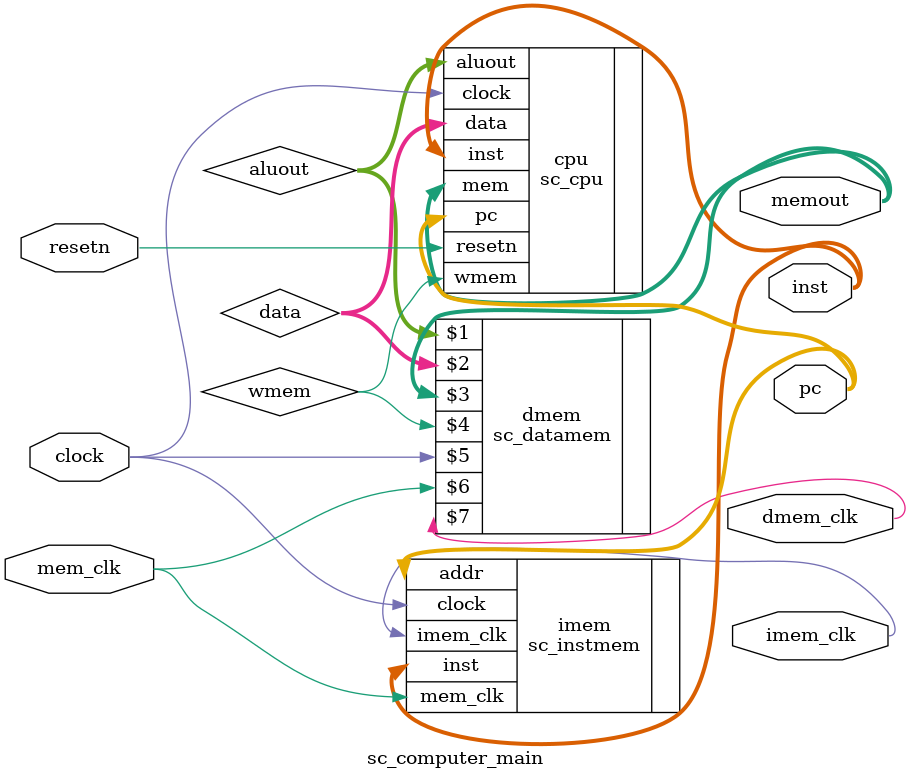
<source format=v>

module sc_computer_main (resetn,clock,mem_clk,pc,inst,memout,imem_clk,dmem_clk);
   
   input resetn,clock,mem_clk;
   output [31:0] pc,inst,memout;
   output        imem_clk,dmem_clk;
   wire   [31:0] data,aluout;
   wire          wmem; // all these "wire"s are used to connect or interface the cpu,dmem,imem and so on.
//sc_cpu ,CPU module.
   sc_cpu cpu(
   .clock(clock),
   .resetn(resetn),
   .inst(inst),
   .mem(memout),
   .pc(pc),
   .wmem(wmem),
   .aluout(aluout),
   .data(data));
   
//  sc_instmem, instruction memory.  
   sc_instmem  imem (
   .addr(pc),
   .inst(inst),
   .clock(clock),
   .mem_clk(mem_clk),
   .imem_clk(imem_clk));
   
//sc_datamem, data memory.      
   sc_datamem  dmem (aluout,data,memout,wmem,clock,mem_clk,dmem_clk ); 

endmodule




</source>
